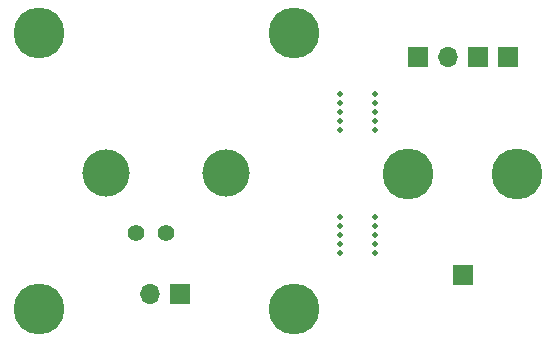
<source format=gbr>
%TF.GenerationSoftware,KiCad,Pcbnew,6.0.2+dfsg-1*%
%TF.CreationDate,2023-03-03T12:49:29-07:00*%
%TF.ProjectId,flex_fixture,666c6578-5f66-4697-9874-7572652e6b69,rev?*%
%TF.SameCoordinates,Original*%
%TF.FileFunction,Soldermask,Top*%
%TF.FilePolarity,Negative*%
%FSLAX46Y46*%
G04 Gerber Fmt 4.6, Leading zero omitted, Abs format (unit mm)*
G04 Created by KiCad (PCBNEW 6.0.2+dfsg-1) date 2023-03-03 12:49:29*
%MOMM*%
%LPD*%
G01*
G04 APERTURE LIST*
%ADD10C,1.400000*%
%ADD11C,4.000000*%
%ADD12C,0.500000*%
%ADD13C,4.300000*%
%ADD14R,1.700000X1.700000*%
%ADD15O,1.700000X1.700000*%
G04 APERTURE END LIST*
D10*
%TO.C,J1*%
X104100000Y-98765000D03*
X101560000Y-98765000D03*
D11*
X109180000Y-93685000D03*
X99020000Y-93685000D03*
%TD*%
D12*
%TO.C,H8*%
X118800000Y-99650000D03*
X121800000Y-99662000D03*
X118800000Y-98900000D03*
X118800000Y-100412000D03*
X121800000Y-100412000D03*
X121800000Y-98900000D03*
X121800000Y-98150000D03*
X118800000Y-98150000D03*
X118800000Y-97376000D03*
X121800000Y-97376000D03*
%TD*%
%TO.C,H7*%
X118800000Y-89250000D03*
X121800000Y-89262000D03*
X118800000Y-88500000D03*
X118800000Y-90012000D03*
X121800000Y-90012000D03*
X121800000Y-88500000D03*
X121800000Y-87750000D03*
X118800000Y-87750000D03*
X118800000Y-86976000D03*
X121800000Y-86976000D03*
%TD*%
D13*
%TO.C,H2*%
X93300000Y-105200000D03*
%TD*%
%TO.C,H6*%
X133800000Y-93700000D03*
%TD*%
%TO.C,H1*%
X93300000Y-81800000D03*
%TD*%
%TO.C,H4*%
X114900000Y-105200000D03*
%TD*%
D14*
%TO.C,J3*%
X130470000Y-83800000D03*
D15*
X127930000Y-83800000D03*
%TD*%
D14*
%TO.C,J6*%
X133010000Y-83800000D03*
%TD*%
D13*
%TO.C,H5*%
X124600000Y-93700000D03*
%TD*%
D14*
%TO.C,J5*%
X125390000Y-83800000D03*
%TD*%
%TO.C,J4*%
X129200000Y-102300000D03*
%TD*%
D13*
%TO.C,H3*%
X114900000Y-81800000D03*
%TD*%
D14*
%TO.C,J2*%
X105275000Y-103900000D03*
D15*
X102735000Y-103900000D03*
%TD*%
M02*

</source>
